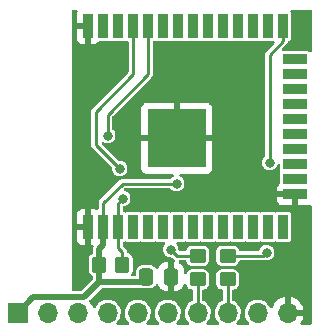
<source format=gtl>
G04 #@! TF.GenerationSoftware,KiCad,Pcbnew,6.0.2+dfsg-1*
G04 #@! TF.CreationDate,2023-09-07T15:13:02+02:00*
G04 #@! TF.ProjectId,flipper_esp32,666c6970-7065-4725-9f65-737033322e6b,rev?*
G04 #@! TF.SameCoordinates,Original*
G04 #@! TF.FileFunction,Copper,L1,Top*
G04 #@! TF.FilePolarity,Positive*
%FSLAX46Y46*%
G04 Gerber Fmt 4.6, Leading zero omitted, Abs format (unit mm)*
G04 Created by KiCad (PCBNEW 6.0.2+dfsg-1) date 2023-09-07 15:13:02*
%MOMM*%
%LPD*%
G01*
G04 APERTURE LIST*
G04 Aperture macros list*
%AMRoundRect*
0 Rectangle with rounded corners*
0 $1 Rounding radius*
0 $2 $3 $4 $5 $6 $7 $8 $9 X,Y pos of 4 corners*
0 Add a 4 corners polygon primitive as box body*
4,1,4,$2,$3,$4,$5,$6,$7,$8,$9,$2,$3,0*
0 Add four circle primitives for the rounded corners*
1,1,$1+$1,$2,$3*
1,1,$1+$1,$4,$5*
1,1,$1+$1,$6,$7*
1,1,$1+$1,$8,$9*
0 Add four rect primitives between the rounded corners*
20,1,$1+$1,$2,$3,$4,$5,0*
20,1,$1+$1,$4,$5,$6,$7,0*
20,1,$1+$1,$6,$7,$8,$9,0*
20,1,$1+$1,$8,$9,$2,$3,0*%
G04 Aperture macros list end*
G04 #@! TA.AperFunction,SMDPad,CuDef*
%ADD10RoundRect,0.250000X-0.337500X-0.475000X0.337500X-0.475000X0.337500X0.475000X-0.337500X0.475000X0*%
G04 #@! TD*
G04 #@! TA.AperFunction,SMDPad,CuDef*
%ADD11RoundRect,0.250000X-0.450000X0.350000X-0.450000X-0.350000X0.450000X-0.350000X0.450000X0.350000X0*%
G04 #@! TD*
G04 #@! TA.AperFunction,SMDPad,CuDef*
%ADD12RoundRect,0.250000X0.450000X-0.350000X0.450000X0.350000X-0.450000X0.350000X-0.450000X-0.350000X0*%
G04 #@! TD*
G04 #@! TA.AperFunction,SMDPad,CuDef*
%ADD13RoundRect,0.250000X0.350000X0.450000X-0.350000X0.450000X-0.350000X-0.450000X0.350000X-0.450000X0*%
G04 #@! TD*
G04 #@! TA.AperFunction,ComponentPad*
%ADD14R,1.700000X1.700000*%
G04 #@! TD*
G04 #@! TA.AperFunction,ComponentPad*
%ADD15O,1.700000X1.700000*%
G04 #@! TD*
G04 #@! TA.AperFunction,SMDPad,CuDef*
%ADD16R,0.900000X2.000000*%
G04 #@! TD*
G04 #@! TA.AperFunction,SMDPad,CuDef*
%ADD17R,2.000000X0.900000*%
G04 #@! TD*
G04 #@! TA.AperFunction,SMDPad,CuDef*
%ADD18R,5.000000X5.000000*%
G04 #@! TD*
G04 #@! TA.AperFunction,ViaPad*
%ADD19C,0.800000*%
G04 #@! TD*
G04 #@! TA.AperFunction,Conductor*
%ADD20C,0.500000*%
G04 #@! TD*
G04 #@! TA.AperFunction,Conductor*
%ADD21C,0.250000*%
G04 #@! TD*
G04 APERTURE END LIST*
D10*
X137138500Y-125222000D03*
X139213500Y-125222000D03*
D11*
X141478000Y-123460000D03*
X141478000Y-125460000D03*
D12*
X144018000Y-125460000D03*
X144018000Y-123460000D03*
D13*
X133112000Y-124206000D03*
X135112000Y-124206000D03*
D14*
X126238000Y-128270000D03*
D15*
X128778000Y-128270000D03*
X131318000Y-128270000D03*
X133858000Y-128270000D03*
X136398000Y-128270000D03*
X138938000Y-128270000D03*
X141478000Y-128270000D03*
X144018000Y-128270000D03*
X146558000Y-128270000D03*
X149098000Y-128270000D03*
D16*
X132200000Y-121022000D03*
X133470000Y-121022000D03*
X134740000Y-121022000D03*
X136010000Y-121022000D03*
X137280000Y-121022000D03*
X138550000Y-121022000D03*
X139820000Y-121022000D03*
X141090000Y-121022000D03*
X142360000Y-121022000D03*
X143630000Y-121022000D03*
X144900000Y-121022000D03*
X146170000Y-121022000D03*
X147440000Y-121022000D03*
X148710000Y-121022000D03*
D17*
X149710000Y-118237000D03*
X149710000Y-116967000D03*
X149710000Y-115697000D03*
X149710000Y-114427000D03*
X149710000Y-113157000D03*
X149710000Y-111887000D03*
X149710000Y-110617000D03*
X149710000Y-109347000D03*
X149710000Y-108077000D03*
X149710000Y-106807000D03*
D16*
X148710000Y-104022000D03*
X147440000Y-104022000D03*
X146170000Y-104022000D03*
X144900000Y-104022000D03*
X143630000Y-104022000D03*
X142360000Y-104022000D03*
X141090000Y-104022000D03*
X139820000Y-104022000D03*
X138550000Y-104022000D03*
X137280000Y-104022000D03*
X136010000Y-104022000D03*
X134740000Y-104022000D03*
X133470000Y-104022000D03*
X132200000Y-104022000D03*
D18*
X139700000Y-113522000D03*
D19*
X150530000Y-103566000D03*
X138259500Y-106171574D03*
X137398157Y-109914001D03*
X139949057Y-109914000D03*
X142513516Y-109956190D03*
X143421032Y-112050500D03*
X145929661Y-111819500D03*
X146594500Y-110176313D03*
X146594500Y-107607487D03*
X144765458Y-107128500D03*
X143088755Y-105872885D03*
X140526789Y-105870722D03*
X136111559Y-113635131D03*
X136133106Y-110711374D03*
X136115016Y-116266710D03*
X140565321Y-118446308D03*
X138941028Y-118353546D03*
X131542467Y-106114823D03*
X131410000Y-108657055D03*
X131962529Y-118914001D03*
X132878500Y-116892661D03*
X131973525Y-114546604D03*
X131862500Y-111870443D03*
X133066082Y-109642696D03*
X134987248Y-107721530D03*
X134176789Y-105870722D03*
X143524801Y-117702421D03*
X144045048Y-119167500D03*
X146893519Y-119171632D03*
X147772288Y-117190598D03*
X150009053Y-119912162D03*
X150530000Y-122488000D03*
X136716789Y-122870722D03*
X131636156Y-125627845D03*
X131439374Y-123088894D03*
X146633220Y-125802276D03*
X145333358Y-127077435D03*
X149056348Y-126303598D03*
X148028216Y-124251761D03*
X142753107Y-126564444D03*
X140457620Y-126762839D03*
X137941819Y-126881041D03*
X135418500Y-126869303D03*
X139700000Y-117348000D03*
X134874000Y-116078000D03*
X133858000Y-113284000D03*
X147574000Y-115570000D03*
X135128000Y-118618000D03*
X139192000Y-122936000D03*
X147320000Y-123190000D03*
D20*
X133112000Y-125714000D02*
X136646500Y-125714000D01*
X136646500Y-125714000D02*
X137138500Y-125222000D01*
D21*
X139700000Y-117348000D02*
X135128000Y-117348000D01*
X135128000Y-117348000D02*
X133470000Y-119006000D01*
X133470000Y-119006000D02*
X133470000Y-121022000D01*
D20*
X133470000Y-121022000D02*
X133470000Y-122562000D01*
X133470000Y-122562000D02*
X133112000Y-122920000D01*
X133112000Y-122920000D02*
X133112000Y-124206000D01*
X126238000Y-128270000D02*
X127537511Y-126970489D01*
X127537511Y-126970489D02*
X131855511Y-126970489D01*
X131855511Y-126970489D02*
X133112000Y-125714000D01*
X133112000Y-125714000D02*
X133112000Y-124206000D01*
D21*
X133604000Y-114808000D02*
X134620000Y-115824000D01*
X136010000Y-108084000D02*
X132842000Y-111252000D01*
X132842000Y-114046000D02*
X133604000Y-114808000D01*
X134620000Y-115824000D02*
X134874000Y-116078000D01*
X136010000Y-104022000D02*
X136010000Y-108084000D01*
X132842000Y-111252000D02*
X132842000Y-114046000D01*
X137280000Y-108084000D02*
X133858000Y-111506000D01*
X137280000Y-104022000D02*
X137280000Y-108084000D01*
X133858000Y-111506000D02*
X133858000Y-113284000D01*
X147574000Y-115570000D02*
X147574000Y-106426000D01*
X147574000Y-106426000D02*
X148710000Y-105290000D01*
X148710000Y-105290000D02*
X148710000Y-104022000D01*
X134740000Y-119006000D02*
X135128000Y-118618000D01*
X134740000Y-121022000D02*
X134740000Y-119006000D01*
X135112000Y-124206000D02*
X135112000Y-123174000D01*
X135112000Y-123174000D02*
X134740000Y-122802000D01*
X134740000Y-122802000D02*
X134740000Y-121022000D01*
X139446000Y-123190000D02*
X139192000Y-122936000D01*
X141478000Y-123460000D02*
X139716000Y-123460000D01*
X139716000Y-123460000D02*
X139446000Y-123190000D01*
X147050000Y-123460000D02*
X147320000Y-123190000D01*
X144018000Y-123460000D02*
X147050000Y-123460000D01*
X141478000Y-128270000D02*
X141478000Y-125460000D01*
X144018000Y-128270000D02*
X144018000Y-125460000D01*
G04 #@! TA.AperFunction,Conductor*
G36*
X131245959Y-102636002D02*
G01*
X131292452Y-102689658D01*
X131302556Y-102759932D01*
X131295820Y-102786230D01*
X131251522Y-102904394D01*
X131247895Y-102919649D01*
X131242369Y-102970514D01*
X131242000Y-102977328D01*
X131242000Y-103749885D01*
X131246475Y-103765124D01*
X131247865Y-103766329D01*
X131255548Y-103768000D01*
X132328000Y-103768000D01*
X132396121Y-103788002D01*
X132442614Y-103841658D01*
X132454000Y-103894000D01*
X132454000Y-105511884D01*
X132458475Y-105527123D01*
X132459865Y-105528328D01*
X132467548Y-105529999D01*
X132694669Y-105529999D01*
X132701490Y-105529629D01*
X132752352Y-105524105D01*
X132767604Y-105520479D01*
X132888054Y-105475324D01*
X132903649Y-105466786D01*
X133005724Y-105390285D01*
X133018281Y-105377728D01*
X133056348Y-105326935D01*
X133113208Y-105284420D01*
X133157175Y-105276500D01*
X133910153Y-105276499D01*
X133945066Y-105276499D01*
X133985208Y-105268515D01*
X134007126Y-105264156D01*
X134007128Y-105264155D01*
X134019301Y-105261734D01*
X134034996Y-105251247D01*
X134102748Y-105230030D01*
X134175004Y-105251247D01*
X134190699Y-105261734D01*
X134264933Y-105276500D01*
X134739923Y-105276500D01*
X135215066Y-105276499D01*
X135255208Y-105268515D01*
X135277126Y-105264156D01*
X135277128Y-105264155D01*
X135289301Y-105261734D01*
X135304996Y-105251247D01*
X135372748Y-105230030D01*
X135445004Y-105251247D01*
X135460699Y-105261734D01*
X135524594Y-105274443D01*
X135529081Y-105275336D01*
X135591991Y-105308243D01*
X135627123Y-105369938D01*
X135630500Y-105398915D01*
X135630500Y-107874616D01*
X135610498Y-107942737D01*
X135593595Y-107963711D01*
X132611784Y-110945522D01*
X132593036Y-110960664D01*
X132591811Y-110961779D01*
X132583060Y-110967429D01*
X132576613Y-110975607D01*
X132576611Y-110975609D01*
X132562271Y-110993800D01*
X132558325Y-110998241D01*
X132558398Y-110998303D01*
X132555039Y-111002267D01*
X132551362Y-111005944D01*
X132540108Y-111021692D01*
X132536602Y-111026362D01*
X132504844Y-111066647D01*
X132501812Y-111075281D01*
X132496486Y-111082734D01*
X132493501Y-111092715D01*
X132481799Y-111131844D01*
X132479964Y-111137492D01*
X132465610Y-111178367D01*
X132462982Y-111185851D01*
X132462500Y-111191416D01*
X132462500Y-111194124D01*
X132462386Y-111196758D01*
X132462357Y-111196856D01*
X132462193Y-111196849D01*
X132462149Y-111197553D01*
X132460287Y-111203778D01*
X132462093Y-111249748D01*
X132462403Y-111257635D01*
X132462500Y-111262582D01*
X132462500Y-113992080D01*
X132459951Y-114016028D01*
X132459872Y-114017693D01*
X132457680Y-114027876D01*
X132458904Y-114038217D01*
X132461627Y-114061223D01*
X132461977Y-114067154D01*
X132462072Y-114067146D01*
X132462500Y-114072324D01*
X132462500Y-114077524D01*
X132463354Y-114082653D01*
X132463354Y-114082656D01*
X132465669Y-114096565D01*
X132466506Y-114102443D01*
X132472530Y-114153341D01*
X132476493Y-114161593D01*
X132477996Y-114170626D01*
X132482943Y-114179795D01*
X132482944Y-114179797D01*
X132502334Y-114215732D01*
X132505031Y-114221025D01*
X132523785Y-114260082D01*
X132523788Y-114260086D01*
X132527219Y-114267232D01*
X132530814Y-114271508D01*
X132532737Y-114273431D01*
X132534509Y-114275363D01*
X132534552Y-114275442D01*
X132534428Y-114275555D01*
X132534904Y-114276095D01*
X132537990Y-114281814D01*
X132545635Y-114288881D01*
X132577586Y-114318416D01*
X132581152Y-114321846D01*
X134184249Y-115924943D01*
X134218275Y-115987255D01*
X134220076Y-116030482D01*
X134214729Y-116071096D01*
X134218175Y-116102309D01*
X134227085Y-116183008D01*
X134232113Y-116228553D01*
X134234723Y-116235684D01*
X134234723Y-116235686D01*
X134270524Y-116333516D01*
X134286553Y-116377319D01*
X134290789Y-116383622D01*
X134290789Y-116383623D01*
X134352410Y-116475324D01*
X134374908Y-116508805D01*
X134380527Y-116513918D01*
X134380528Y-116513919D01*
X134398200Y-116529999D01*
X134492076Y-116615419D01*
X134631293Y-116691008D01*
X134784522Y-116731207D01*
X134868477Y-116732526D01*
X134935319Y-116733576D01*
X134935322Y-116733576D01*
X134942916Y-116733695D01*
X135097332Y-116698329D01*
X135167742Y-116662917D01*
X135232072Y-116630563D01*
X135232075Y-116630561D01*
X135238855Y-116627151D01*
X135244626Y-116622222D01*
X135244629Y-116622220D01*
X135353536Y-116529204D01*
X135353536Y-116529203D01*
X135359314Y-116524269D01*
X135451755Y-116395624D01*
X135510842Y-116248641D01*
X135522621Y-116165878D01*
X135532581Y-116095891D01*
X135532581Y-116095888D01*
X135533162Y-116091807D01*
X135533307Y-116078000D01*
X135531561Y-116063567D01*
X135524584Y-116005919D01*
X135514276Y-115920733D01*
X135458280Y-115772546D01*
X135417357Y-115713003D01*
X135372855Y-115648251D01*
X135372854Y-115648249D01*
X135368553Y-115641992D01*
X135250275Y-115536611D01*
X135110274Y-115462484D01*
X134956633Y-115423892D01*
X134949034Y-115423852D01*
X134949033Y-115423852D01*
X134888626Y-115423536D01*
X134807335Y-115423110D01*
X134739321Y-115402752D01*
X134718901Y-115386207D01*
X133386110Y-114053416D01*
X133352084Y-113991104D01*
X133357149Y-113920289D01*
X133399696Y-113863453D01*
X133466216Y-113838642D01*
X133535328Y-113853590D01*
X133615293Y-113897008D01*
X133768522Y-113937207D01*
X133852477Y-113938526D01*
X133919319Y-113939576D01*
X133919322Y-113939576D01*
X133926916Y-113939695D01*
X134081332Y-113904329D01*
X134165485Y-113862005D01*
X134216072Y-113836563D01*
X134216075Y-113836561D01*
X134222855Y-113833151D01*
X134228626Y-113828222D01*
X134228629Y-113828220D01*
X134337536Y-113735204D01*
X134337536Y-113735203D01*
X134343314Y-113730269D01*
X134435755Y-113601624D01*
X134494842Y-113454641D01*
X134517162Y-113297807D01*
X134517307Y-113284000D01*
X134513179Y-113249885D01*
X136692000Y-113249885D01*
X136696475Y-113265124D01*
X136697865Y-113266329D01*
X136705548Y-113268000D01*
X139427885Y-113268000D01*
X139443124Y-113263525D01*
X139444329Y-113262135D01*
X139446000Y-113254452D01*
X139446000Y-113249885D01*
X139954000Y-113249885D01*
X139958475Y-113265124D01*
X139959865Y-113266329D01*
X139967548Y-113268000D01*
X142689884Y-113268000D01*
X142705123Y-113263525D01*
X142706328Y-113262135D01*
X142707999Y-113254452D01*
X142707999Y-110977331D01*
X142707629Y-110970510D01*
X142702105Y-110919648D01*
X142698479Y-110904396D01*
X142653324Y-110783946D01*
X142644786Y-110768351D01*
X142568285Y-110666276D01*
X142555724Y-110653715D01*
X142453649Y-110577214D01*
X142438054Y-110568676D01*
X142317606Y-110523522D01*
X142302351Y-110519895D01*
X142251486Y-110514369D01*
X142244672Y-110514000D01*
X139972115Y-110514000D01*
X139956876Y-110518475D01*
X139955671Y-110519865D01*
X139954000Y-110527548D01*
X139954000Y-113249885D01*
X139446000Y-113249885D01*
X139446000Y-110532116D01*
X139441525Y-110516877D01*
X139440135Y-110515672D01*
X139432452Y-110514001D01*
X137155331Y-110514001D01*
X137148510Y-110514371D01*
X137097648Y-110519895D01*
X137082396Y-110523521D01*
X136961946Y-110568676D01*
X136946351Y-110577214D01*
X136844276Y-110653715D01*
X136831715Y-110666276D01*
X136755214Y-110768351D01*
X136746676Y-110783946D01*
X136701522Y-110904394D01*
X136697895Y-110919649D01*
X136692369Y-110970514D01*
X136692000Y-110977328D01*
X136692000Y-113249885D01*
X134513179Y-113249885D01*
X134498276Y-113126733D01*
X134442280Y-112978546D01*
X134352553Y-112847992D01*
X134279681Y-112783065D01*
X134242126Y-112722816D01*
X134237500Y-112688989D01*
X134237500Y-111715384D01*
X134257502Y-111647263D01*
X134274405Y-111626289D01*
X137510216Y-108390478D01*
X137528964Y-108375336D01*
X137530189Y-108374221D01*
X137538940Y-108368571D01*
X137545387Y-108360393D01*
X137545389Y-108360391D01*
X137559729Y-108342200D01*
X137563675Y-108337759D01*
X137563602Y-108337697D01*
X137566961Y-108333733D01*
X137570638Y-108330056D01*
X137581892Y-108314308D01*
X137585398Y-108309638D01*
X137617156Y-108269353D01*
X137620188Y-108260719D01*
X137625514Y-108253266D01*
X137640203Y-108204150D01*
X137642036Y-108198508D01*
X137656390Y-108157633D01*
X137656390Y-108157632D01*
X137659018Y-108150149D01*
X137659500Y-108144584D01*
X137659500Y-108141876D01*
X137659614Y-108139242D01*
X137659643Y-108139144D01*
X137659807Y-108139151D01*
X137659851Y-108138447D01*
X137661713Y-108132222D01*
X137659597Y-108078365D01*
X137659500Y-108073418D01*
X137659500Y-105398913D01*
X137679502Y-105330792D01*
X137733158Y-105284299D01*
X137760909Y-105275337D01*
X137829301Y-105261734D01*
X137844996Y-105251247D01*
X137912748Y-105230030D01*
X137985004Y-105251247D01*
X138000699Y-105261734D01*
X138074933Y-105276500D01*
X138549923Y-105276500D01*
X139025066Y-105276499D01*
X139065208Y-105268515D01*
X139087126Y-105264156D01*
X139087128Y-105264155D01*
X139099301Y-105261734D01*
X139114996Y-105251247D01*
X139182748Y-105230030D01*
X139255004Y-105251247D01*
X139270699Y-105261734D01*
X139344933Y-105276500D01*
X139819923Y-105276500D01*
X140295066Y-105276499D01*
X140335208Y-105268515D01*
X140357126Y-105264156D01*
X140357128Y-105264155D01*
X140369301Y-105261734D01*
X140384996Y-105251247D01*
X140452748Y-105230030D01*
X140525004Y-105251247D01*
X140540699Y-105261734D01*
X140614933Y-105276500D01*
X141089923Y-105276500D01*
X141565066Y-105276499D01*
X141605208Y-105268515D01*
X141627126Y-105264156D01*
X141627128Y-105264155D01*
X141639301Y-105261734D01*
X141654996Y-105251247D01*
X141722748Y-105230030D01*
X141795004Y-105251247D01*
X141810699Y-105261734D01*
X141884933Y-105276500D01*
X142359923Y-105276500D01*
X142835066Y-105276499D01*
X142875208Y-105268515D01*
X142897126Y-105264156D01*
X142897128Y-105264155D01*
X142909301Y-105261734D01*
X142924996Y-105251247D01*
X142992748Y-105230030D01*
X143065004Y-105251247D01*
X143080699Y-105261734D01*
X143154933Y-105276500D01*
X143629923Y-105276500D01*
X144105066Y-105276499D01*
X144145208Y-105268515D01*
X144167126Y-105264156D01*
X144167128Y-105264155D01*
X144179301Y-105261734D01*
X144194996Y-105251247D01*
X144262748Y-105230030D01*
X144335004Y-105251247D01*
X144350699Y-105261734D01*
X144424933Y-105276500D01*
X144899923Y-105276500D01*
X145375066Y-105276499D01*
X145415208Y-105268515D01*
X145437126Y-105264156D01*
X145437128Y-105264155D01*
X145449301Y-105261734D01*
X145464996Y-105251247D01*
X145532748Y-105230030D01*
X145605004Y-105251247D01*
X145620699Y-105261734D01*
X145694933Y-105276500D01*
X146169923Y-105276500D01*
X146645066Y-105276499D01*
X146685208Y-105268515D01*
X146707126Y-105264156D01*
X146707128Y-105264155D01*
X146719301Y-105261734D01*
X146734996Y-105251247D01*
X146802748Y-105230030D01*
X146875004Y-105251247D01*
X146890699Y-105261734D01*
X146964933Y-105276500D01*
X147117083Y-105276500D01*
X147882617Y-105276499D01*
X147950738Y-105296501D01*
X147997231Y-105350157D01*
X148007335Y-105420431D01*
X147977842Y-105485011D01*
X147971712Y-105491594D01*
X147343784Y-106119522D01*
X147325036Y-106134664D01*
X147323811Y-106135779D01*
X147315060Y-106141429D01*
X147308613Y-106149607D01*
X147308611Y-106149609D01*
X147294271Y-106167800D01*
X147290325Y-106172241D01*
X147290398Y-106172303D01*
X147287039Y-106176267D01*
X147283362Y-106179944D01*
X147272108Y-106195692D01*
X147268602Y-106200362D01*
X147236844Y-106240647D01*
X147233812Y-106249281D01*
X147228486Y-106256734D01*
X147216657Y-106296289D01*
X147213799Y-106305844D01*
X147211964Y-106311492D01*
X147197610Y-106352367D01*
X147194982Y-106359851D01*
X147194500Y-106365416D01*
X147194500Y-106368124D01*
X147194386Y-106370758D01*
X147194357Y-106370856D01*
X147194193Y-106370849D01*
X147194149Y-106371553D01*
X147192287Y-106377778D01*
X147192696Y-106388183D01*
X147194403Y-106431635D01*
X147194500Y-106436582D01*
X147194500Y-114975187D01*
X147174498Y-115043308D01*
X147151330Y-115070135D01*
X147084039Y-115128838D01*
X146992950Y-115258444D01*
X146990190Y-115265524D01*
X146952886Y-115361204D01*
X146935406Y-115406037D01*
X146934414Y-115413570D01*
X146934414Y-115413571D01*
X146917551Y-115541664D01*
X146914729Y-115563096D01*
X146915563Y-115570646D01*
X146928504Y-115687862D01*
X146932113Y-115720553D01*
X146934723Y-115727684D01*
X146934723Y-115727686D01*
X146951140Y-115772546D01*
X146986553Y-115869319D01*
X147074908Y-116000805D01*
X147080527Y-116005918D01*
X147080528Y-116005919D01*
X147179407Y-116095891D01*
X147192076Y-116107419D01*
X147331293Y-116183008D01*
X147484522Y-116223207D01*
X147568477Y-116224526D01*
X147635319Y-116225576D01*
X147635322Y-116225576D01*
X147642916Y-116225695D01*
X147797332Y-116190329D01*
X147867742Y-116154917D01*
X147932072Y-116122563D01*
X147932075Y-116122561D01*
X147938855Y-116119151D01*
X147944626Y-116114222D01*
X147944629Y-116114220D01*
X148053536Y-116021204D01*
X148053536Y-116021203D01*
X148059314Y-116016269D01*
X148151755Y-115887624D01*
X148210842Y-115740641D01*
X148212235Y-115741201D01*
X148244751Y-115687862D01*
X148308614Y-115656844D01*
X148379108Y-115665277D01*
X148433852Y-115710483D01*
X148455501Y-115781100D01*
X148455501Y-116172066D01*
X148459471Y-116192024D01*
X148466168Y-116225695D01*
X148470266Y-116246301D01*
X148479456Y-116260054D01*
X148480753Y-116261995D01*
X148501970Y-116329748D01*
X148480753Y-116402004D01*
X148470266Y-116417699D01*
X148455500Y-116491933D01*
X148455501Y-116965951D01*
X148455501Y-117279824D01*
X148435499Y-117347945D01*
X148405066Y-117380650D01*
X148354276Y-117418715D01*
X148341715Y-117431276D01*
X148265214Y-117533351D01*
X148256676Y-117548946D01*
X148211522Y-117669394D01*
X148207895Y-117684649D01*
X148202369Y-117735514D01*
X148202000Y-117742328D01*
X148202000Y-117964885D01*
X148206475Y-117980124D01*
X148207865Y-117981329D01*
X148215548Y-117983000D01*
X149838000Y-117983000D01*
X149906121Y-118003002D01*
X149952614Y-118056658D01*
X149964000Y-118109000D01*
X149964000Y-119176884D01*
X149968475Y-119192123D01*
X149969865Y-119193328D01*
X149977548Y-119194999D01*
X150754669Y-119194999D01*
X150761490Y-119194629D01*
X150812352Y-119189105D01*
X150827604Y-119185479D01*
X150956462Y-119137172D01*
X150957437Y-119139772D01*
X151012851Y-119127654D01*
X151079399Y-119152392D01*
X151122007Y-119209182D01*
X151130000Y-119253343D01*
X151130000Y-129160000D01*
X151109998Y-129228121D01*
X151056342Y-129274614D01*
X151004000Y-129286000D01*
X150285956Y-129286000D01*
X150217835Y-129265998D01*
X150171342Y-129212342D01*
X150161238Y-129142068D01*
X150183633Y-129086474D01*
X150263009Y-128976011D01*
X150268313Y-128967183D01*
X150362670Y-128776267D01*
X150366469Y-128766672D01*
X150428377Y-128562910D01*
X150430555Y-128552837D01*
X150431986Y-128541962D01*
X150429775Y-128527778D01*
X150416617Y-128524000D01*
X148970000Y-128524000D01*
X148901879Y-128503998D01*
X148855386Y-128450342D01*
X148844000Y-128398000D01*
X148844000Y-127997885D01*
X149352000Y-127997885D01*
X149356475Y-128013124D01*
X149357865Y-128014329D01*
X149365548Y-128016000D01*
X150416344Y-128016000D01*
X150429875Y-128012027D01*
X150431180Y-128002947D01*
X150389214Y-127835875D01*
X150385894Y-127826124D01*
X150300972Y-127630814D01*
X150296105Y-127621739D01*
X150180426Y-127442926D01*
X150174136Y-127434757D01*
X150030806Y-127277240D01*
X150023273Y-127270215D01*
X149856139Y-127138222D01*
X149847552Y-127132517D01*
X149661117Y-127029599D01*
X149651705Y-127025369D01*
X149450959Y-126954280D01*
X149440988Y-126951646D01*
X149369837Y-126938972D01*
X149356540Y-126940432D01*
X149352000Y-126954989D01*
X149352000Y-127997885D01*
X148844000Y-127997885D01*
X148844000Y-126953102D01*
X148840082Y-126939758D01*
X148825806Y-126937771D01*
X148787324Y-126943660D01*
X148777288Y-126946051D01*
X148574868Y-127012212D01*
X148565359Y-127016209D01*
X148376463Y-127114542D01*
X148367738Y-127120036D01*
X148197433Y-127247905D01*
X148189726Y-127254748D01*
X148042590Y-127408717D01*
X148036104Y-127416727D01*
X147916098Y-127592649D01*
X147911000Y-127601623D01*
X147821338Y-127794783D01*
X147817777Y-127804464D01*
X147813291Y-127820640D01*
X147775813Y-127880939D01*
X147711684Y-127911403D01*
X147641266Y-127902360D01*
X147586915Y-127856682D01*
X147578867Y-127842698D01*
X147506331Y-127695609D01*
X147503776Y-127690428D01*
X147382320Y-127527779D01*
X147233258Y-127389987D01*
X147228375Y-127386906D01*
X147228371Y-127386903D01*
X147066464Y-127284748D01*
X147061581Y-127281667D01*
X146873039Y-127206446D01*
X146867379Y-127205320D01*
X146867375Y-127205319D01*
X146679613Y-127167971D01*
X146679610Y-127167971D01*
X146673946Y-127166844D01*
X146668171Y-127166768D01*
X146668167Y-127166768D01*
X146566793Y-127165441D01*
X146470971Y-127164187D01*
X146465274Y-127165166D01*
X146465273Y-127165166D01*
X146391492Y-127177844D01*
X146270910Y-127198564D01*
X146080463Y-127268824D01*
X145906010Y-127372612D01*
X145901670Y-127376418D01*
X145901666Y-127376421D01*
X145771778Y-127490331D01*
X145753392Y-127506455D01*
X145627720Y-127665869D01*
X145625031Y-127670980D01*
X145625029Y-127670983D01*
X145612073Y-127695609D01*
X145533203Y-127845515D01*
X145473007Y-128039378D01*
X145449148Y-128240964D01*
X145462424Y-128443522D01*
X145463845Y-128449118D01*
X145463846Y-128449123D01*
X145484119Y-128528945D01*
X145512392Y-128640269D01*
X145514809Y-128645512D01*
X145552010Y-128726208D01*
X145597377Y-128824616D01*
X145600710Y-128829332D01*
X145704372Y-128976011D01*
X145714533Y-128990389D01*
X145718675Y-128994424D01*
X145795996Y-129069746D01*
X145830834Y-129131607D01*
X145826697Y-129202483D01*
X145784898Y-129259871D01*
X145718709Y-129285550D01*
X145708075Y-129286000D01*
X144872357Y-129286000D01*
X144804236Y-129265998D01*
X144757743Y-129212342D01*
X144747639Y-129142068D01*
X144777133Y-129077488D01*
X144791788Y-129063126D01*
X144797908Y-129058036D01*
X144797913Y-129058031D01*
X144802345Y-129054345D01*
X144932147Y-128898276D01*
X145031334Y-128721165D01*
X145033190Y-128715698D01*
X145033192Y-128715693D01*
X145094728Y-128534414D01*
X145094729Y-128534409D01*
X145096584Y-128528945D01*
X145097412Y-128523236D01*
X145097413Y-128523231D01*
X145125179Y-128331727D01*
X145125712Y-128328053D01*
X145127232Y-128270000D01*
X145108658Y-128067859D01*
X145107090Y-128062299D01*
X145055125Y-127878046D01*
X145055124Y-127878044D01*
X145053557Y-127872487D01*
X145042978Y-127851033D01*
X144966331Y-127695609D01*
X144963776Y-127690428D01*
X144842320Y-127527779D01*
X144693258Y-127389987D01*
X144688375Y-127386906D01*
X144688371Y-127386903D01*
X144526464Y-127284748D01*
X144521581Y-127281667D01*
X144476810Y-127263805D01*
X144420951Y-127219985D01*
X144397500Y-127146775D01*
X144397500Y-126440081D01*
X144417502Y-126371960D01*
X144471158Y-126325467D01*
X144515726Y-126314500D01*
X144515756Y-126314500D01*
X144561286Y-126309554D01*
X144569597Y-126308651D01*
X144569598Y-126308651D01*
X144577448Y-126307798D01*
X144584841Y-126305026D01*
X144584843Y-126305026D01*
X144625189Y-126289901D01*
X144712764Y-126257071D01*
X144719943Y-126251691D01*
X144719946Y-126251689D01*
X144821224Y-126175785D01*
X144828404Y-126170404D01*
X144909060Y-126062785D01*
X144909689Y-126061946D01*
X144909691Y-126061943D01*
X144915071Y-126054764D01*
X144954739Y-125948949D01*
X144963026Y-125926843D01*
X144963026Y-125926841D01*
X144965798Y-125919448D01*
X144972500Y-125857756D01*
X144972500Y-125062244D01*
X144965798Y-125000552D01*
X144915071Y-124865236D01*
X144909691Y-124858057D01*
X144909689Y-124858054D01*
X144833785Y-124756776D01*
X144828404Y-124749596D01*
X144807977Y-124734287D01*
X144719946Y-124668311D01*
X144719943Y-124668309D01*
X144712764Y-124662929D01*
X144623046Y-124629296D01*
X144584843Y-124614974D01*
X144584841Y-124614974D01*
X144577448Y-124612202D01*
X144569598Y-124611349D01*
X144569597Y-124611349D01*
X144519153Y-124605869D01*
X144519152Y-124605869D01*
X144515756Y-124605500D01*
X143520244Y-124605500D01*
X143516848Y-124605869D01*
X143516847Y-124605869D01*
X143466403Y-124611349D01*
X143466402Y-124611349D01*
X143458552Y-124612202D01*
X143451159Y-124614974D01*
X143451157Y-124614974D01*
X143412954Y-124629296D01*
X143323236Y-124662929D01*
X143316057Y-124668309D01*
X143316054Y-124668311D01*
X143228023Y-124734287D01*
X143207596Y-124749596D01*
X143202215Y-124756776D01*
X143126311Y-124858054D01*
X143126309Y-124858057D01*
X143120929Y-124865236D01*
X143070202Y-125000552D01*
X143063500Y-125062244D01*
X143063500Y-125857756D01*
X143070202Y-125919448D01*
X143072974Y-125926841D01*
X143072974Y-125926843D01*
X143081261Y-125948949D01*
X143120929Y-126054764D01*
X143126309Y-126061943D01*
X143126311Y-126061946D01*
X143126940Y-126062785D01*
X143207596Y-126170404D01*
X143214776Y-126175785D01*
X143316054Y-126251689D01*
X143316057Y-126251691D01*
X143323236Y-126257071D01*
X143410811Y-126289901D01*
X143451157Y-126305026D01*
X143451159Y-126305026D01*
X143458552Y-126307798D01*
X143466402Y-126308651D01*
X143466403Y-126308651D01*
X143474714Y-126309554D01*
X143520244Y-126314500D01*
X143520234Y-126314588D01*
X143586261Y-126337927D01*
X143629780Y-126394022D01*
X143638500Y-126440081D01*
X143638500Y-127144839D01*
X143618498Y-127212960D01*
X143564842Y-127259453D01*
X143556118Y-127263049D01*
X143540463Y-127268824D01*
X143366010Y-127372612D01*
X143361670Y-127376418D01*
X143361666Y-127376421D01*
X143231778Y-127490331D01*
X143213392Y-127506455D01*
X143087720Y-127665869D01*
X143085031Y-127670980D01*
X143085029Y-127670983D01*
X143072073Y-127695609D01*
X142993203Y-127845515D01*
X142933007Y-128039378D01*
X142909148Y-128240964D01*
X142922424Y-128443522D01*
X142923845Y-128449118D01*
X142923846Y-128449123D01*
X142944119Y-128528945D01*
X142972392Y-128640269D01*
X142974809Y-128645512D01*
X143012010Y-128726208D01*
X143057377Y-128824616D01*
X143060710Y-128829332D01*
X143164372Y-128976011D01*
X143174533Y-128990389D01*
X143178675Y-128994424D01*
X143255996Y-129069746D01*
X143290834Y-129131607D01*
X143286697Y-129202483D01*
X143244898Y-129259871D01*
X143178709Y-129285550D01*
X143168075Y-129286000D01*
X142332357Y-129286000D01*
X142264236Y-129265998D01*
X142217743Y-129212342D01*
X142207639Y-129142068D01*
X142237133Y-129077488D01*
X142251788Y-129063126D01*
X142257908Y-129058036D01*
X142257913Y-129058031D01*
X142262345Y-129054345D01*
X142392147Y-128898276D01*
X142491334Y-128721165D01*
X142493190Y-128715698D01*
X142493192Y-128715693D01*
X142554728Y-128534414D01*
X142554729Y-128534409D01*
X142556584Y-128528945D01*
X142557412Y-128523236D01*
X142557413Y-128523231D01*
X142585179Y-128331727D01*
X142585712Y-128328053D01*
X142587232Y-128270000D01*
X142568658Y-128067859D01*
X142567090Y-128062299D01*
X142515125Y-127878046D01*
X142515124Y-127878044D01*
X142513557Y-127872487D01*
X142502978Y-127851033D01*
X142426331Y-127695609D01*
X142423776Y-127690428D01*
X142302320Y-127527779D01*
X142153258Y-127389987D01*
X142148375Y-127386906D01*
X142148371Y-127386903D01*
X141986464Y-127284748D01*
X141981581Y-127281667D01*
X141936810Y-127263805D01*
X141880951Y-127219985D01*
X141857500Y-127146775D01*
X141857500Y-126440081D01*
X141877502Y-126371960D01*
X141931158Y-126325467D01*
X141975726Y-126314500D01*
X141975756Y-126314500D01*
X142021286Y-126309554D01*
X142029597Y-126308651D01*
X142029598Y-126308651D01*
X142037448Y-126307798D01*
X142044841Y-126305026D01*
X142044843Y-126305026D01*
X142085189Y-126289901D01*
X142172764Y-126257071D01*
X142179943Y-126251691D01*
X142179946Y-126251689D01*
X142281224Y-126175785D01*
X142288404Y-126170404D01*
X142369060Y-126062785D01*
X142369689Y-126061946D01*
X142369691Y-126061943D01*
X142375071Y-126054764D01*
X142414739Y-125948949D01*
X142423026Y-125926843D01*
X142423026Y-125926841D01*
X142425798Y-125919448D01*
X142432500Y-125857756D01*
X142432500Y-125062244D01*
X142425798Y-125000552D01*
X142375071Y-124865236D01*
X142369691Y-124858057D01*
X142369689Y-124858054D01*
X142293785Y-124756776D01*
X142288404Y-124749596D01*
X142267977Y-124734287D01*
X142179946Y-124668311D01*
X142179943Y-124668309D01*
X142172764Y-124662929D01*
X142083046Y-124629296D01*
X142044843Y-124614974D01*
X142044841Y-124614974D01*
X142037448Y-124612202D01*
X142029598Y-124611349D01*
X142029597Y-124611349D01*
X141979153Y-124605869D01*
X141979152Y-124605869D01*
X141975756Y-124605500D01*
X140980244Y-124605500D01*
X140976848Y-124605869D01*
X140976847Y-124605869D01*
X140926403Y-124611349D01*
X140926402Y-124611349D01*
X140918552Y-124612202D01*
X140911159Y-124614974D01*
X140911157Y-124614974D01*
X140872954Y-124629296D01*
X140783236Y-124662929D01*
X140776057Y-124668309D01*
X140776054Y-124668311D01*
X140688023Y-124734287D01*
X140667596Y-124749596D01*
X140662215Y-124756776D01*
X140586311Y-124858054D01*
X140586309Y-124858057D01*
X140580929Y-124865236D01*
X140564918Y-124907946D01*
X140552981Y-124939788D01*
X140510340Y-124996553D01*
X140443778Y-125021253D01*
X140374430Y-125006046D01*
X140324311Y-124955760D01*
X140308999Y-124895559D01*
X140308999Y-124699905D01*
X140308662Y-124693386D01*
X140298743Y-124597794D01*
X140295851Y-124584400D01*
X140244412Y-124430216D01*
X140238239Y-124417038D01*
X140152937Y-124279193D01*
X140143901Y-124267792D01*
X140029171Y-124153261D01*
X140017757Y-124144247D01*
X139901783Y-124072760D01*
X139854289Y-124019988D01*
X139842865Y-123949917D01*
X139871139Y-123884793D01*
X139930133Y-123845293D01*
X139967898Y-123839500D01*
X140412903Y-123839500D01*
X140481024Y-123859502D01*
X140527517Y-123913158D01*
X140530885Y-123921271D01*
X140580929Y-124054764D01*
X140586309Y-124061943D01*
X140586311Y-124061946D01*
X140648604Y-124145063D01*
X140667596Y-124170404D01*
X140674776Y-124175785D01*
X140776054Y-124251689D01*
X140776057Y-124251691D01*
X140783236Y-124257071D01*
X140872954Y-124290704D01*
X140911157Y-124305026D01*
X140911159Y-124305026D01*
X140918552Y-124307798D01*
X140926402Y-124308651D01*
X140926403Y-124308651D01*
X140976847Y-124314131D01*
X140980244Y-124314500D01*
X141975756Y-124314500D01*
X141979153Y-124314131D01*
X142029597Y-124308651D01*
X142029598Y-124308651D01*
X142037448Y-124307798D01*
X142044841Y-124305026D01*
X142044843Y-124305026D01*
X142083046Y-124290704D01*
X142172764Y-124257071D01*
X142179943Y-124251691D01*
X142179946Y-124251689D01*
X142281224Y-124175785D01*
X142288404Y-124170404D01*
X142307396Y-124145063D01*
X142369689Y-124061946D01*
X142369691Y-124061943D01*
X142375071Y-124054764D01*
X142425798Y-123919448D01*
X142432500Y-123857756D01*
X143063500Y-123857756D01*
X143070202Y-123919448D01*
X143120929Y-124054764D01*
X143126309Y-124061943D01*
X143126311Y-124061946D01*
X143188604Y-124145063D01*
X143207596Y-124170404D01*
X143214776Y-124175785D01*
X143316054Y-124251689D01*
X143316057Y-124251691D01*
X143323236Y-124257071D01*
X143412954Y-124290704D01*
X143451157Y-124305026D01*
X143451159Y-124305026D01*
X143458552Y-124307798D01*
X143466402Y-124308651D01*
X143466403Y-124308651D01*
X143516847Y-124314131D01*
X143520244Y-124314500D01*
X144515756Y-124314500D01*
X144519153Y-124314131D01*
X144569597Y-124308651D01*
X144569598Y-124308651D01*
X144577448Y-124307798D01*
X144584841Y-124305026D01*
X144584843Y-124305026D01*
X144623046Y-124290704D01*
X144712764Y-124257071D01*
X144719943Y-124251691D01*
X144719946Y-124251689D01*
X144821224Y-124175785D01*
X144828404Y-124170404D01*
X144847396Y-124145063D01*
X144909689Y-124061946D01*
X144909691Y-124061943D01*
X144915071Y-124054764D01*
X144965115Y-123921271D01*
X145007756Y-123864506D01*
X145074318Y-123839806D01*
X145083097Y-123839500D01*
X146996080Y-123839500D01*
X147020028Y-123842049D01*
X147021693Y-123842128D01*
X147031876Y-123844320D01*
X147042217Y-123843096D01*
X147057569Y-123841279D01*
X147065223Y-123840373D01*
X147071154Y-123840023D01*
X147071146Y-123839928D01*
X147076324Y-123839500D01*
X147081524Y-123839500D01*
X147086653Y-123838646D01*
X147086656Y-123838646D01*
X147100565Y-123836331D01*
X147106443Y-123835494D01*
X147135156Y-123832096D01*
X147147987Y-123830577D01*
X147194770Y-123833828D01*
X147223171Y-123841279D01*
X147223175Y-123841280D01*
X147230522Y-123843207D01*
X147314477Y-123844526D01*
X147381319Y-123845576D01*
X147381322Y-123845576D01*
X147388916Y-123845695D01*
X147543332Y-123810329D01*
X147613742Y-123774917D01*
X147678072Y-123742563D01*
X147678075Y-123742561D01*
X147684855Y-123739151D01*
X147690626Y-123734222D01*
X147690629Y-123734220D01*
X147799536Y-123641204D01*
X147799536Y-123641203D01*
X147805314Y-123636269D01*
X147897755Y-123507624D01*
X147956842Y-123360641D01*
X147979162Y-123203807D01*
X147979307Y-123190000D01*
X147960276Y-123032733D01*
X147904280Y-122884546D01*
X147885594Y-122857357D01*
X147818855Y-122760251D01*
X147818854Y-122760249D01*
X147814553Y-122753992D01*
X147807918Y-122748080D01*
X147743516Y-122690701D01*
X147696275Y-122648611D01*
X147688889Y-122644700D01*
X147606733Y-122601201D01*
X147556274Y-122574484D01*
X147402633Y-122535892D01*
X147395034Y-122535852D01*
X147395033Y-122535852D01*
X147329181Y-122535507D01*
X147244221Y-122535062D01*
X147236841Y-122536834D01*
X147236839Y-122536834D01*
X147097563Y-122570271D01*
X147097560Y-122570272D01*
X147090184Y-122572043D01*
X146949414Y-122644700D01*
X146830039Y-122748838D01*
X146738950Y-122878444D01*
X146711127Y-122949807D01*
X146691452Y-123000270D01*
X146648071Y-123056471D01*
X146574059Y-123080500D01*
X145083097Y-123080500D01*
X145014976Y-123060498D01*
X144968483Y-123006842D01*
X144965115Y-122998729D01*
X144936512Y-122922431D01*
X144915071Y-122865236D01*
X144909691Y-122858057D01*
X144909689Y-122858054D01*
X144833785Y-122756776D01*
X144828404Y-122749596D01*
X144800253Y-122728498D01*
X144719946Y-122668311D01*
X144719943Y-122668309D01*
X144712764Y-122662929D01*
X144623046Y-122629296D01*
X144584843Y-122614974D01*
X144584841Y-122614974D01*
X144577448Y-122612202D01*
X144569598Y-122611349D01*
X144569597Y-122611349D01*
X144519153Y-122605869D01*
X144519152Y-122605869D01*
X144515756Y-122605500D01*
X143520244Y-122605500D01*
X143516848Y-122605869D01*
X143516847Y-122605869D01*
X143466403Y-122611349D01*
X143466402Y-122611349D01*
X143458552Y-122612202D01*
X143451159Y-122614974D01*
X143451157Y-122614974D01*
X143412954Y-122629296D01*
X143323236Y-122662929D01*
X143316057Y-122668309D01*
X143316054Y-122668311D01*
X143235747Y-122728498D01*
X143207596Y-122749596D01*
X143202215Y-122756776D01*
X143126311Y-122858054D01*
X143126309Y-122858057D01*
X143120929Y-122865236D01*
X143099488Y-122922431D01*
X143075381Y-122986738D01*
X143070202Y-123000552D01*
X143069349Y-123008402D01*
X143069349Y-123008403D01*
X143063869Y-123058847D01*
X143063500Y-123062244D01*
X143063500Y-123857756D01*
X142432500Y-123857756D01*
X142432500Y-123062244D01*
X142432131Y-123058847D01*
X142426651Y-123008403D01*
X142426651Y-123008402D01*
X142425798Y-123000552D01*
X142420620Y-122986738D01*
X142396512Y-122922431D01*
X142375071Y-122865236D01*
X142369691Y-122858057D01*
X142369689Y-122858054D01*
X142293785Y-122756776D01*
X142288404Y-122749596D01*
X142260253Y-122728498D01*
X142179946Y-122668311D01*
X142179943Y-122668309D01*
X142172764Y-122662929D01*
X142083046Y-122629296D01*
X142044843Y-122614974D01*
X142044841Y-122614974D01*
X142037448Y-122612202D01*
X142029598Y-122611349D01*
X142029597Y-122611349D01*
X141979153Y-122605869D01*
X141979152Y-122605869D01*
X141975756Y-122605500D01*
X140980244Y-122605500D01*
X140976848Y-122605869D01*
X140976847Y-122605869D01*
X140926403Y-122611349D01*
X140926402Y-122611349D01*
X140918552Y-122612202D01*
X140911159Y-122614974D01*
X140911157Y-122614974D01*
X140872954Y-122629296D01*
X140783236Y-122662929D01*
X140776057Y-122668309D01*
X140776054Y-122668311D01*
X140695747Y-122728498D01*
X140667596Y-122749596D01*
X140662215Y-122756776D01*
X140586311Y-122858054D01*
X140586309Y-122858057D01*
X140580929Y-122865236D01*
X140559488Y-122922431D01*
X140530885Y-122998729D01*
X140488244Y-123055494D01*
X140421682Y-123080194D01*
X140412903Y-123080500D01*
X139976899Y-123080500D01*
X139908778Y-123060498D01*
X139862285Y-123006842D01*
X139852127Y-122949817D01*
X139851162Y-122949807D01*
X139851264Y-122940134D01*
X139851264Y-122940128D01*
X139851307Y-122936000D01*
X139832276Y-122778733D01*
X139776280Y-122630546D01*
X139763086Y-122611349D01*
X139690855Y-122506251D01*
X139690854Y-122506249D01*
X139686553Y-122499992D01*
X139680884Y-122494942D01*
X139675857Y-122489239D01*
X139677335Y-122487936D01*
X139645165Y-122436328D01*
X139646144Y-122365338D01*
X139685348Y-122306147D01*
X139750329Y-122277547D01*
X139766539Y-122276500D01*
X140281320Y-122276499D01*
X140295066Y-122276499D01*
X140330818Y-122269388D01*
X140357126Y-122264156D01*
X140357128Y-122264155D01*
X140369301Y-122261734D01*
X140384996Y-122251247D01*
X140452748Y-122230030D01*
X140525004Y-122251247D01*
X140540699Y-122261734D01*
X140614933Y-122276500D01*
X141089923Y-122276500D01*
X141565066Y-122276499D01*
X141600818Y-122269388D01*
X141627126Y-122264156D01*
X141627128Y-122264155D01*
X141639301Y-122261734D01*
X141654996Y-122251247D01*
X141722748Y-122230030D01*
X141795004Y-122251247D01*
X141810699Y-122261734D01*
X141884933Y-122276500D01*
X142359923Y-122276500D01*
X142835066Y-122276499D01*
X142870818Y-122269388D01*
X142897126Y-122264156D01*
X142897128Y-122264155D01*
X142909301Y-122261734D01*
X142924996Y-122251247D01*
X142992748Y-122230030D01*
X143065004Y-122251247D01*
X143080699Y-122261734D01*
X143154933Y-122276500D01*
X143629923Y-122276500D01*
X144105066Y-122276499D01*
X144140818Y-122269388D01*
X144167126Y-122264156D01*
X144167128Y-122264155D01*
X144179301Y-122261734D01*
X144194996Y-122251247D01*
X144262748Y-122230030D01*
X144335004Y-122251247D01*
X144350699Y-122261734D01*
X144424933Y-122276500D01*
X144899923Y-122276500D01*
X145375066Y-122276499D01*
X145410818Y-122269388D01*
X145437126Y-122264156D01*
X145437128Y-122264155D01*
X145449301Y-122261734D01*
X145464996Y-122251247D01*
X145532748Y-122230030D01*
X145605004Y-122251247D01*
X145620699Y-122261734D01*
X145694933Y-122276500D01*
X146169923Y-122276500D01*
X146645066Y-122276499D01*
X146680818Y-122269388D01*
X146707126Y-122264156D01*
X146707128Y-122264155D01*
X146719301Y-122261734D01*
X146734996Y-122251247D01*
X146802748Y-122230030D01*
X146875004Y-122251247D01*
X146890699Y-122261734D01*
X146964933Y-122276500D01*
X147439923Y-122276500D01*
X147915066Y-122276499D01*
X147950818Y-122269388D01*
X147977126Y-122264156D01*
X147977128Y-122264155D01*
X147989301Y-122261734D01*
X148004996Y-122251247D01*
X148072748Y-122230030D01*
X148145004Y-122251247D01*
X148160699Y-122261734D01*
X148234933Y-122276500D01*
X148709923Y-122276500D01*
X149185066Y-122276499D01*
X149220818Y-122269388D01*
X149247126Y-122264156D01*
X149247128Y-122264155D01*
X149259301Y-122261734D01*
X149269621Y-122254839D01*
X149269622Y-122254838D01*
X149333168Y-122212377D01*
X149343484Y-122205484D01*
X149399734Y-122121301D01*
X149414500Y-122047067D01*
X149414499Y-119996934D01*
X149399734Y-119922699D01*
X149343484Y-119838516D01*
X149259301Y-119782266D01*
X149185067Y-119767500D01*
X148710077Y-119767500D01*
X148234934Y-119767501D01*
X148199182Y-119774612D01*
X148172874Y-119779844D01*
X148172872Y-119779845D01*
X148160699Y-119782266D01*
X148145004Y-119792753D01*
X148077252Y-119813970D01*
X148004996Y-119792753D01*
X147989301Y-119782266D01*
X147915067Y-119767500D01*
X147440077Y-119767500D01*
X146964934Y-119767501D01*
X146929182Y-119774612D01*
X146902874Y-119779844D01*
X146902872Y-119779845D01*
X146890699Y-119782266D01*
X146875004Y-119792753D01*
X146807252Y-119813970D01*
X146734996Y-119792753D01*
X146719301Y-119782266D01*
X146645067Y-119767500D01*
X146170077Y-119767500D01*
X145694934Y-119767501D01*
X145659182Y-119774612D01*
X145632874Y-119779844D01*
X145632872Y-119779845D01*
X145620699Y-119782266D01*
X145605004Y-119792753D01*
X145537252Y-119813970D01*
X145464996Y-119792753D01*
X145449301Y-119782266D01*
X145375067Y-119767500D01*
X144900077Y-119767500D01*
X144424934Y-119767501D01*
X144389182Y-119774612D01*
X144362874Y-119779844D01*
X144362872Y-119779845D01*
X144350699Y-119782266D01*
X144335004Y-119792753D01*
X144267252Y-119813970D01*
X144194996Y-119792753D01*
X144179301Y-119782266D01*
X144105067Y-119767500D01*
X143630077Y-119767500D01*
X143154934Y-119767501D01*
X143119182Y-119774612D01*
X143092874Y-119779844D01*
X143092872Y-119779845D01*
X143080699Y-119782266D01*
X143065004Y-119792753D01*
X142997252Y-119813970D01*
X142924996Y-119792753D01*
X142909301Y-119782266D01*
X142835067Y-119767500D01*
X142360077Y-119767500D01*
X141884934Y-119767501D01*
X141849182Y-119774612D01*
X141822874Y-119779844D01*
X141822872Y-119779845D01*
X141810699Y-119782266D01*
X141795004Y-119792753D01*
X141727252Y-119813970D01*
X141654996Y-119792753D01*
X141639301Y-119782266D01*
X141565067Y-119767500D01*
X141090077Y-119767500D01*
X140614934Y-119767501D01*
X140579182Y-119774612D01*
X140552874Y-119779844D01*
X140552872Y-119779845D01*
X140540699Y-119782266D01*
X140525004Y-119792753D01*
X140457252Y-119813970D01*
X140384996Y-119792753D01*
X140369301Y-119782266D01*
X140295067Y-119767500D01*
X139820077Y-119767500D01*
X139344934Y-119767501D01*
X139309182Y-119774612D01*
X139282874Y-119779844D01*
X139282872Y-119779845D01*
X139270699Y-119782266D01*
X139255004Y-119792753D01*
X139187252Y-119813970D01*
X139114996Y-119792753D01*
X139099301Y-119782266D01*
X139025067Y-119767500D01*
X138550077Y-119767500D01*
X138074934Y-119767501D01*
X138039182Y-119774612D01*
X138012874Y-119779844D01*
X138012872Y-119779845D01*
X138000699Y-119782266D01*
X137985004Y-119792753D01*
X137917252Y-119813970D01*
X137844996Y-119792753D01*
X137829301Y-119782266D01*
X137755067Y-119767500D01*
X137280077Y-119767500D01*
X136804934Y-119767501D01*
X136769182Y-119774612D01*
X136742874Y-119779844D01*
X136742872Y-119779845D01*
X136730699Y-119782266D01*
X136715004Y-119792753D01*
X136647252Y-119813970D01*
X136574996Y-119792753D01*
X136559301Y-119782266D01*
X136485067Y-119767500D01*
X136010077Y-119767500D01*
X135534934Y-119767501D01*
X135499182Y-119774612D01*
X135472874Y-119779844D01*
X135472872Y-119779845D01*
X135460699Y-119782266D01*
X135445004Y-119792753D01*
X135377252Y-119813970D01*
X135304996Y-119792753D01*
X135289301Y-119782266D01*
X135220919Y-119768664D01*
X135158009Y-119735757D01*
X135122877Y-119674062D01*
X135119500Y-119645085D01*
X135119500Y-119391830D01*
X135139502Y-119323709D01*
X135193158Y-119277216D01*
X135217369Y-119269011D01*
X135269105Y-119257161D01*
X135343928Y-119240025D01*
X135343930Y-119240024D01*
X135351332Y-119238329D01*
X135438221Y-119194629D01*
X135486072Y-119170563D01*
X135486075Y-119170561D01*
X135492855Y-119167151D01*
X135498626Y-119162222D01*
X135498629Y-119162220D01*
X135607536Y-119069204D01*
X135607536Y-119069203D01*
X135613314Y-119064269D01*
X135705755Y-118935624D01*
X135764842Y-118788641D01*
X135772950Y-118731669D01*
X148202001Y-118731669D01*
X148202371Y-118738490D01*
X148207895Y-118789352D01*
X148211521Y-118804604D01*
X148256676Y-118925054D01*
X148265214Y-118940649D01*
X148341715Y-119042724D01*
X148354276Y-119055285D01*
X148456351Y-119131786D01*
X148471946Y-119140324D01*
X148592394Y-119185478D01*
X148607649Y-119189105D01*
X148658514Y-119194631D01*
X148665328Y-119195000D01*
X149437885Y-119195000D01*
X149453124Y-119190525D01*
X149454329Y-119189135D01*
X149456000Y-119181452D01*
X149456000Y-118509115D01*
X149451525Y-118493876D01*
X149450135Y-118492671D01*
X149442452Y-118491000D01*
X148220116Y-118491000D01*
X148204877Y-118495475D01*
X148203672Y-118496865D01*
X148202001Y-118504548D01*
X148202001Y-118731669D01*
X135772950Y-118731669D01*
X135787162Y-118631807D01*
X135787307Y-118618000D01*
X135768276Y-118460733D01*
X135712280Y-118312546D01*
X135622553Y-118181992D01*
X135504275Y-118076611D01*
X135466591Y-118056658D01*
X135370988Y-118006039D01*
X135370989Y-118006039D01*
X135364274Y-118002484D01*
X135296845Y-117985547D01*
X135235650Y-117949552D01*
X135203629Y-117886187D01*
X135210949Y-117815569D01*
X135238446Y-117774248D01*
X135248289Y-117764405D01*
X135310601Y-117730379D01*
X135337384Y-117727500D01*
X139100141Y-117727500D01*
X139168262Y-117747502D01*
X139195522Y-117771169D01*
X139196672Y-117772501D01*
X139200908Y-117778805D01*
X139318076Y-117885419D01*
X139457293Y-117961008D01*
X139610522Y-118001207D01*
X139694477Y-118002526D01*
X139761319Y-118003576D01*
X139761322Y-118003576D01*
X139768916Y-118003695D01*
X139923332Y-117968329D01*
X139993742Y-117932917D01*
X140058072Y-117900563D01*
X140058075Y-117900561D01*
X140064855Y-117897151D01*
X140070626Y-117892222D01*
X140070629Y-117892220D01*
X140179536Y-117799204D01*
X140179536Y-117799203D01*
X140185314Y-117794269D01*
X140277755Y-117665624D01*
X140336842Y-117518641D01*
X140347740Y-117442066D01*
X140358581Y-117365891D01*
X140358581Y-117365888D01*
X140359162Y-117361807D01*
X140359307Y-117348000D01*
X140340276Y-117190733D01*
X140284280Y-117042546D01*
X140260767Y-117008334D01*
X140198855Y-116918251D01*
X140198854Y-116918249D01*
X140194553Y-116911992D01*
X140076275Y-116806611D01*
X140002130Y-116767353D01*
X139951287Y-116717800D01*
X139935306Y-116648625D01*
X139959260Y-116581792D01*
X140015545Y-116538519D01*
X140061090Y-116529999D01*
X142244669Y-116529999D01*
X142251490Y-116529629D01*
X142302352Y-116524105D01*
X142317604Y-116520479D01*
X142438054Y-116475324D01*
X142453649Y-116466786D01*
X142555724Y-116390285D01*
X142568285Y-116377724D01*
X142644786Y-116275649D01*
X142653324Y-116260054D01*
X142698478Y-116139606D01*
X142702105Y-116124351D01*
X142707631Y-116073486D01*
X142708000Y-116066672D01*
X142708000Y-113794115D01*
X142703525Y-113778876D01*
X142702135Y-113777671D01*
X142694452Y-113776000D01*
X136710116Y-113776000D01*
X136694877Y-113780475D01*
X136693672Y-113781865D01*
X136692001Y-113789548D01*
X136692001Y-116066669D01*
X136692371Y-116073490D01*
X136697895Y-116124352D01*
X136701521Y-116139604D01*
X136746676Y-116260054D01*
X136755214Y-116275649D01*
X136831715Y-116377724D01*
X136844276Y-116390285D01*
X136946351Y-116466786D01*
X136961946Y-116475324D01*
X137082394Y-116520478D01*
X137097649Y-116524105D01*
X137148514Y-116529631D01*
X137155328Y-116530000D01*
X139338921Y-116530000D01*
X139407042Y-116550002D01*
X139453535Y-116603658D01*
X139463639Y-116673932D01*
X139434145Y-116738512D01*
X139396711Y-116767966D01*
X139329414Y-116802700D01*
X139210039Y-116906838D01*
X139205672Y-116913051D01*
X139205667Y-116913057D01*
X139204336Y-116914951D01*
X139203013Y-116916005D01*
X139200589Y-116918697D01*
X139200140Y-116918293D01*
X139148802Y-116959183D01*
X139101250Y-116968500D01*
X135181920Y-116968500D01*
X135157972Y-116965951D01*
X135156307Y-116965872D01*
X135146124Y-116963680D01*
X135135783Y-116964904D01*
X135112777Y-116967627D01*
X135106846Y-116967977D01*
X135106854Y-116968072D01*
X135101676Y-116968500D01*
X135096476Y-116968500D01*
X135091347Y-116969354D01*
X135091344Y-116969354D01*
X135077435Y-116971669D01*
X135071557Y-116972506D01*
X135030999Y-116977306D01*
X135030998Y-116977306D01*
X135020659Y-116978530D01*
X135012407Y-116982493D01*
X135003374Y-116983996D01*
X134994205Y-116988943D01*
X134994203Y-116988944D01*
X134958268Y-117008334D01*
X134952975Y-117011031D01*
X134913918Y-117029785D01*
X134913914Y-117029788D01*
X134906768Y-117033219D01*
X134902492Y-117036814D01*
X134900569Y-117038737D01*
X134898637Y-117040509D01*
X134898558Y-117040552D01*
X134898445Y-117040428D01*
X134897905Y-117040904D01*
X134892186Y-117043990D01*
X134885119Y-117051635D01*
X134855584Y-117083586D01*
X134852154Y-117087152D01*
X133239784Y-118699522D01*
X133221036Y-118714664D01*
X133219811Y-118715779D01*
X133211060Y-118721429D01*
X133204613Y-118729607D01*
X133204611Y-118729609D01*
X133190271Y-118747800D01*
X133186325Y-118752241D01*
X133186398Y-118752303D01*
X133183039Y-118756267D01*
X133179362Y-118759944D01*
X133168108Y-118775692D01*
X133164602Y-118780362D01*
X133132844Y-118820647D01*
X133129812Y-118829281D01*
X133124486Y-118836734D01*
X133121501Y-118846715D01*
X133109799Y-118885844D01*
X133107964Y-118891492D01*
X133090982Y-118939851D01*
X133090500Y-118945416D01*
X133090500Y-118948124D01*
X133090386Y-118950758D01*
X133090357Y-118950856D01*
X133090193Y-118950849D01*
X133090149Y-118951553D01*
X133088287Y-118957778D01*
X133088696Y-118968183D01*
X133090403Y-119011635D01*
X133090500Y-119016582D01*
X133090500Y-119466881D01*
X133070498Y-119535002D01*
X133016842Y-119581495D01*
X132946568Y-119591599D01*
X132903990Y-119577400D01*
X132888060Y-119568678D01*
X132767606Y-119523522D01*
X132752351Y-119519895D01*
X132701486Y-119514369D01*
X132694672Y-119514000D01*
X132472115Y-119514000D01*
X132456876Y-119518475D01*
X132455671Y-119519865D01*
X132454000Y-119527548D01*
X132454000Y-122511884D01*
X132458475Y-122527123D01*
X132459865Y-122528328D01*
X132467548Y-122529999D01*
X132537578Y-122529999D01*
X132605699Y-122550001D01*
X132652192Y-122603657D01*
X132662296Y-122673931D01*
X132655560Y-122700230D01*
X132648455Y-122719182D01*
X132644530Y-122728495D01*
X132624583Y-122770982D01*
X132623201Y-122779856D01*
X132622215Y-122783083D01*
X132618075Y-122798866D01*
X132617354Y-122802144D01*
X132614202Y-122810552D01*
X132613537Y-122819503D01*
X132610724Y-122857357D01*
X132609570Y-122867404D01*
X132607500Y-122880697D01*
X132607500Y-122896062D01*
X132607154Y-122905399D01*
X132603493Y-122954667D01*
X132605366Y-122963442D01*
X132605959Y-122972138D01*
X132607500Y-122986738D01*
X132607500Y-123187763D01*
X132587498Y-123255884D01*
X132533842Y-123302377D01*
X132525731Y-123305744D01*
X132525642Y-123305777D01*
X132525638Y-123305779D01*
X132517236Y-123308929D01*
X132510057Y-123314309D01*
X132510054Y-123314311D01*
X132440012Y-123366805D01*
X132401596Y-123395596D01*
X132396215Y-123402776D01*
X132320311Y-123504054D01*
X132320309Y-123504057D01*
X132314929Y-123511236D01*
X132286422Y-123587279D01*
X132270939Y-123628582D01*
X132264202Y-123646552D01*
X132257500Y-123708244D01*
X132257500Y-124703756D01*
X132264202Y-124765448D01*
X132314929Y-124900764D01*
X132320309Y-124907943D01*
X132320311Y-124907946D01*
X132356146Y-124955760D01*
X132401596Y-125016404D01*
X132408776Y-125021785D01*
X132510054Y-125097689D01*
X132510057Y-125097691D01*
X132517236Y-125103071D01*
X132525638Y-125106221D01*
X132525642Y-125106223D01*
X132525731Y-125106256D01*
X132525806Y-125106313D01*
X132533515Y-125110533D01*
X132532906Y-125111646D01*
X132582495Y-125148898D01*
X132607194Y-125215460D01*
X132607500Y-125224237D01*
X132607500Y-125452839D01*
X132587498Y-125520960D01*
X132570595Y-125541934D01*
X131683445Y-126429084D01*
X131621133Y-126463110D01*
X131594350Y-126465989D01*
X130936000Y-126465989D01*
X130867879Y-126445987D01*
X130821386Y-126392331D01*
X130810000Y-126339989D01*
X130810000Y-122066669D01*
X131242001Y-122066669D01*
X131242371Y-122073490D01*
X131247895Y-122124352D01*
X131251521Y-122139604D01*
X131296676Y-122260054D01*
X131305214Y-122275649D01*
X131381715Y-122377724D01*
X131394276Y-122390285D01*
X131496351Y-122466786D01*
X131511946Y-122475324D01*
X131632394Y-122520478D01*
X131647649Y-122524105D01*
X131698514Y-122529631D01*
X131705328Y-122530000D01*
X131927885Y-122530000D01*
X131943124Y-122525525D01*
X131944329Y-122524135D01*
X131946000Y-122516452D01*
X131946000Y-121294115D01*
X131941525Y-121278876D01*
X131940135Y-121277671D01*
X131932452Y-121276000D01*
X131260116Y-121276000D01*
X131244877Y-121280475D01*
X131243672Y-121281865D01*
X131242001Y-121289548D01*
X131242001Y-122066669D01*
X130810000Y-122066669D01*
X130810000Y-120749885D01*
X131242000Y-120749885D01*
X131246475Y-120765124D01*
X131247865Y-120766329D01*
X131255548Y-120768000D01*
X131927885Y-120768000D01*
X131943124Y-120763525D01*
X131944329Y-120762135D01*
X131946000Y-120754452D01*
X131946000Y-119532116D01*
X131941525Y-119516877D01*
X131940135Y-119515672D01*
X131932452Y-119514001D01*
X131705331Y-119514001D01*
X131698510Y-119514371D01*
X131647648Y-119519895D01*
X131632396Y-119523521D01*
X131511946Y-119568676D01*
X131496351Y-119577214D01*
X131394276Y-119653715D01*
X131381715Y-119666276D01*
X131305214Y-119768351D01*
X131296676Y-119783946D01*
X131251522Y-119904394D01*
X131247895Y-119919649D01*
X131242369Y-119970514D01*
X131242000Y-119977328D01*
X131242000Y-120749885D01*
X130810000Y-120749885D01*
X130810000Y-105066669D01*
X131242001Y-105066669D01*
X131242371Y-105073490D01*
X131247895Y-105124352D01*
X131251521Y-105139604D01*
X131296676Y-105260054D01*
X131305214Y-105275649D01*
X131381715Y-105377724D01*
X131394276Y-105390285D01*
X131496351Y-105466786D01*
X131511946Y-105475324D01*
X131632394Y-105520478D01*
X131647649Y-105524105D01*
X131698514Y-105529631D01*
X131705328Y-105530000D01*
X131927885Y-105530000D01*
X131943124Y-105525525D01*
X131944329Y-105524135D01*
X131946000Y-105516452D01*
X131946000Y-104294115D01*
X131941525Y-104278876D01*
X131940135Y-104277671D01*
X131932452Y-104276000D01*
X131260116Y-104276000D01*
X131244877Y-104280475D01*
X131243672Y-104281865D01*
X131242001Y-104289548D01*
X131242001Y-105066669D01*
X130810000Y-105066669D01*
X130810000Y-102742000D01*
X130830002Y-102673879D01*
X130883658Y-102627386D01*
X130936000Y-102616000D01*
X131177838Y-102616000D01*
X131245959Y-102636002D01*
G37*
G04 #@! TD.AperFunction*
G04 #@! TA.AperFunction,Conductor*
G36*
X137985004Y-122251247D02*
G01*
X138000699Y-122261734D01*
X138074933Y-122276500D01*
X138089119Y-122276500D01*
X138616860Y-122276499D01*
X138684980Y-122296501D01*
X138731473Y-122350156D01*
X138741577Y-122420430D01*
X138710496Y-122486809D01*
X138707762Y-122489845D01*
X138702039Y-122494838D01*
X138610950Y-122624444D01*
X138593847Y-122668311D01*
X138562411Y-122748941D01*
X138553406Y-122772037D01*
X138552414Y-122779570D01*
X138552414Y-122779571D01*
X138535330Y-122909341D01*
X138532729Y-122929096D01*
X138537099Y-122968677D01*
X138549152Y-123077845D01*
X138550113Y-123086553D01*
X138552723Y-123093684D01*
X138552723Y-123093686D01*
X138589482Y-123194134D01*
X138604553Y-123235319D01*
X138608789Y-123241622D01*
X138608789Y-123241623D01*
X138683709Y-123353115D01*
X138692908Y-123366805D01*
X138698527Y-123371918D01*
X138698528Y-123371919D01*
X138724549Y-123395596D01*
X138810076Y-123473419D01*
X138949293Y-123549008D01*
X139102522Y-123589207D01*
X139199138Y-123590725D01*
X139260772Y-123591693D01*
X139328570Y-123612762D01*
X139347888Y-123628582D01*
X139409522Y-123690216D01*
X139424664Y-123708964D01*
X139425779Y-123710189D01*
X139431429Y-123718940D01*
X139439607Y-123725387D01*
X139439609Y-123725389D01*
X139457800Y-123739729D01*
X139462241Y-123743675D01*
X139462303Y-123743602D01*
X139466267Y-123746961D01*
X139469944Y-123750638D01*
X139485692Y-123761892D01*
X139490342Y-123765383D01*
X139504087Y-123776218D01*
X139545196Y-123834096D01*
X139548488Y-123905017D01*
X139512916Y-123966458D01*
X139474688Y-123988499D01*
X139469171Y-123994865D01*
X139467500Y-124002548D01*
X139467500Y-126436884D01*
X139471975Y-126452123D01*
X139473365Y-126453328D01*
X139481048Y-126454999D01*
X139598095Y-126454999D01*
X139604614Y-126454662D01*
X139700206Y-126444743D01*
X139713600Y-126441851D01*
X139867784Y-126390412D01*
X139880962Y-126384239D01*
X140018807Y-126298937D01*
X140030208Y-126289901D01*
X140144739Y-126175171D01*
X140153751Y-126163760D01*
X140238816Y-126025757D01*
X140244964Y-126012574D01*
X140285136Y-125891459D01*
X140325567Y-125833099D01*
X140391131Y-125805862D01*
X140461012Y-125818395D01*
X140513024Y-125866720D01*
X140525602Y-125904365D01*
X140527521Y-125903909D01*
X140529349Y-125911597D01*
X140530202Y-125919448D01*
X140532974Y-125926841D01*
X140532974Y-125926843D01*
X140541261Y-125948949D01*
X140580929Y-126054764D01*
X140586309Y-126061943D01*
X140586311Y-126061946D01*
X140586940Y-126062785D01*
X140667596Y-126170404D01*
X140674776Y-126175785D01*
X140776054Y-126251689D01*
X140776057Y-126251691D01*
X140783236Y-126257071D01*
X140870811Y-126289901D01*
X140911157Y-126305026D01*
X140911159Y-126305026D01*
X140918552Y-126307798D01*
X140926402Y-126308651D01*
X140926403Y-126308651D01*
X140934714Y-126309554D01*
X140980244Y-126314500D01*
X140980234Y-126314588D01*
X141046261Y-126337927D01*
X141089780Y-126394022D01*
X141098500Y-126440081D01*
X141098500Y-127144839D01*
X141078498Y-127212960D01*
X141024842Y-127259453D01*
X141016118Y-127263049D01*
X141000463Y-127268824D01*
X140826010Y-127372612D01*
X140821670Y-127376418D01*
X140821666Y-127376421D01*
X140691778Y-127490331D01*
X140673392Y-127506455D01*
X140547720Y-127665869D01*
X140545031Y-127670980D01*
X140545029Y-127670983D01*
X140532073Y-127695609D01*
X140453203Y-127845515D01*
X140393007Y-128039378D01*
X140369148Y-128240964D01*
X140382424Y-128443522D01*
X140383845Y-128449118D01*
X140383846Y-128449123D01*
X140404119Y-128528945D01*
X140432392Y-128640269D01*
X140434809Y-128645512D01*
X140472010Y-128726208D01*
X140517377Y-128824616D01*
X140520710Y-128829332D01*
X140624372Y-128976011D01*
X140634533Y-128990389D01*
X140638675Y-128994424D01*
X140715996Y-129069746D01*
X140750834Y-129131607D01*
X140746697Y-129202483D01*
X140704898Y-129259871D01*
X140638709Y-129285550D01*
X140628075Y-129286000D01*
X139792357Y-129286000D01*
X139724236Y-129265998D01*
X139677743Y-129212342D01*
X139667639Y-129142068D01*
X139697133Y-129077488D01*
X139711788Y-129063126D01*
X139717908Y-129058036D01*
X139717913Y-129058031D01*
X139722345Y-129054345D01*
X139852147Y-128898276D01*
X139951334Y-128721165D01*
X139953190Y-128715698D01*
X139953192Y-128715693D01*
X140014728Y-128534414D01*
X140014729Y-128534409D01*
X140016584Y-128528945D01*
X140017412Y-128523236D01*
X140017413Y-128523231D01*
X140045179Y-128331727D01*
X140045712Y-128328053D01*
X140047232Y-128270000D01*
X140028658Y-128067859D01*
X140027090Y-128062299D01*
X139975125Y-127878046D01*
X139975124Y-127878044D01*
X139973557Y-127872487D01*
X139962978Y-127851033D01*
X139886331Y-127695609D01*
X139883776Y-127690428D01*
X139762320Y-127527779D01*
X139613258Y-127389987D01*
X139608375Y-127386906D01*
X139608371Y-127386903D01*
X139446464Y-127284748D01*
X139441581Y-127281667D01*
X139253039Y-127206446D01*
X139247379Y-127205320D01*
X139247375Y-127205319D01*
X139059613Y-127167971D01*
X139059610Y-127167971D01*
X139053946Y-127166844D01*
X139048171Y-127166768D01*
X139048167Y-127166768D01*
X138946793Y-127165441D01*
X138850971Y-127164187D01*
X138845274Y-127165166D01*
X138845273Y-127165166D01*
X138771492Y-127177844D01*
X138650910Y-127198564D01*
X138460463Y-127268824D01*
X138286010Y-127372612D01*
X138281670Y-127376418D01*
X138281666Y-127376421D01*
X138151778Y-127490331D01*
X138133392Y-127506455D01*
X138007720Y-127665869D01*
X138005031Y-127670980D01*
X138005029Y-127670983D01*
X137992073Y-127695609D01*
X137913203Y-127845515D01*
X137853007Y-128039378D01*
X137829148Y-128240964D01*
X137842424Y-128443522D01*
X137843845Y-128449118D01*
X137843846Y-128449123D01*
X137864119Y-128528945D01*
X137892392Y-128640269D01*
X137894809Y-128645512D01*
X137932010Y-128726208D01*
X137977377Y-128824616D01*
X137980710Y-128829332D01*
X138084372Y-128976011D01*
X138094533Y-128990389D01*
X138098675Y-128994424D01*
X138175996Y-129069746D01*
X138210834Y-129131607D01*
X138206697Y-129202483D01*
X138164898Y-129259871D01*
X138098709Y-129285550D01*
X138088075Y-129286000D01*
X137252357Y-129286000D01*
X137184236Y-129265998D01*
X137137743Y-129212342D01*
X137127639Y-129142068D01*
X137157133Y-129077488D01*
X137171788Y-129063126D01*
X137177908Y-129058036D01*
X137177913Y-129058031D01*
X137182345Y-129054345D01*
X137312147Y-128898276D01*
X137411334Y-128721165D01*
X137413190Y-128715698D01*
X137413192Y-128715693D01*
X137474728Y-128534414D01*
X137474729Y-128534409D01*
X137476584Y-128528945D01*
X137477412Y-128523236D01*
X137477413Y-128523231D01*
X137505179Y-128331727D01*
X137505712Y-128328053D01*
X137507232Y-128270000D01*
X137488658Y-128067859D01*
X137487090Y-128062299D01*
X137435125Y-127878046D01*
X137435124Y-127878044D01*
X137433557Y-127872487D01*
X137422978Y-127851033D01*
X137346331Y-127695609D01*
X137343776Y-127690428D01*
X137222320Y-127527779D01*
X137073258Y-127389987D01*
X137068375Y-127386906D01*
X137068371Y-127386903D01*
X136906464Y-127284748D01*
X136901581Y-127281667D01*
X136713039Y-127206446D01*
X136707379Y-127205320D01*
X136707375Y-127205319D01*
X136519613Y-127167971D01*
X136519610Y-127167971D01*
X136513946Y-127166844D01*
X136508171Y-127166768D01*
X136508167Y-127166768D01*
X136406793Y-127165441D01*
X136310971Y-127164187D01*
X136305274Y-127165166D01*
X136305273Y-127165166D01*
X136231492Y-127177844D01*
X136110910Y-127198564D01*
X135920463Y-127268824D01*
X135746010Y-127372612D01*
X135741670Y-127376418D01*
X135741666Y-127376421D01*
X135611778Y-127490331D01*
X135593392Y-127506455D01*
X135467720Y-127665869D01*
X135465031Y-127670980D01*
X135465029Y-127670983D01*
X135452073Y-127695609D01*
X135373203Y-127845515D01*
X135313007Y-128039378D01*
X135289148Y-128240964D01*
X135302424Y-128443522D01*
X135303845Y-128449118D01*
X135303846Y-128449123D01*
X135324119Y-128528945D01*
X135352392Y-128640269D01*
X135354809Y-128645512D01*
X135392010Y-128726208D01*
X135437377Y-128824616D01*
X135440710Y-128829332D01*
X135544372Y-128976011D01*
X135554533Y-128990389D01*
X135558675Y-128994424D01*
X135635996Y-129069746D01*
X135670834Y-129131607D01*
X135666697Y-129202483D01*
X135624898Y-129259871D01*
X135558709Y-129285550D01*
X135548075Y-129286000D01*
X134712357Y-129286000D01*
X134644236Y-129265998D01*
X134597743Y-129212342D01*
X134587639Y-129142068D01*
X134617133Y-129077488D01*
X134631788Y-129063126D01*
X134637908Y-129058036D01*
X134637913Y-129058031D01*
X134642345Y-129054345D01*
X134772147Y-128898276D01*
X134871334Y-128721165D01*
X134873190Y-128715698D01*
X134873192Y-128715693D01*
X134934728Y-128534414D01*
X134934729Y-128534409D01*
X134936584Y-128528945D01*
X134937412Y-128523236D01*
X134937413Y-128523231D01*
X134965179Y-128331727D01*
X134965712Y-128328053D01*
X134967232Y-128270000D01*
X134948658Y-128067859D01*
X134947090Y-128062299D01*
X134895125Y-127878046D01*
X134895124Y-127878044D01*
X134893557Y-127872487D01*
X134882978Y-127851033D01*
X134806331Y-127695609D01*
X134803776Y-127690428D01*
X134682320Y-127527779D01*
X134533258Y-127389987D01*
X134528375Y-127386906D01*
X134528371Y-127386903D01*
X134366464Y-127284748D01*
X134361581Y-127281667D01*
X134173039Y-127206446D01*
X134167379Y-127205320D01*
X134167375Y-127205319D01*
X133979613Y-127167971D01*
X133979610Y-127167971D01*
X133973946Y-127166844D01*
X133968171Y-127166768D01*
X133968167Y-127166768D01*
X133866793Y-127165441D01*
X133770971Y-127164187D01*
X133765274Y-127165166D01*
X133765273Y-127165166D01*
X133691492Y-127177844D01*
X133570910Y-127198564D01*
X133380463Y-127268824D01*
X133206010Y-127372612D01*
X133201670Y-127376418D01*
X133201666Y-127376421D01*
X133071778Y-127490331D01*
X133053392Y-127506455D01*
X132927720Y-127665869D01*
X132925031Y-127670980D01*
X132925029Y-127670983D01*
X132835589Y-127840980D01*
X132786170Y-127891952D01*
X132717037Y-127908115D01*
X132650141Y-127884336D01*
X132610003Y-127829973D01*
X132607955Y-127830863D01*
X132520972Y-127630814D01*
X132516105Y-127621739D01*
X132400426Y-127442926D01*
X132394141Y-127434764D01*
X132337143Y-127372124D01*
X132306092Y-127308278D01*
X132314487Y-127237779D01*
X132341242Y-127198229D01*
X133284066Y-126255405D01*
X133346378Y-126221379D01*
X133373161Y-126218500D01*
X136575876Y-126218500D01*
X136587881Y-126219841D01*
X136587921Y-126219345D01*
X136596868Y-126220065D01*
X136605624Y-126222046D01*
X136658882Y-126218742D01*
X136666684Y-126218500D01*
X136682726Y-126218500D01*
X136687157Y-126217865D01*
X136687162Y-126217865D01*
X136691187Y-126217288D01*
X136692957Y-126217035D01*
X136703014Y-126216004D01*
X136725476Y-126214611D01*
X136740900Y-126213654D01*
X136740902Y-126213654D01*
X136749859Y-126213098D01*
X136758299Y-126210051D01*
X136761589Y-126209370D01*
X136781978Y-126204286D01*
X136789554Y-126203201D01*
X136789704Y-126204246D01*
X136808881Y-126201500D01*
X137523756Y-126201500D01*
X137527153Y-126201131D01*
X137577597Y-126195651D01*
X137577598Y-126195651D01*
X137585448Y-126194798D01*
X137592841Y-126192026D01*
X137592843Y-126192026D01*
X137650520Y-126170404D01*
X137720764Y-126144071D01*
X137727943Y-126138691D01*
X137727946Y-126138689D01*
X137829224Y-126062785D01*
X137836404Y-126057404D01*
X137923071Y-125941764D01*
X137926223Y-125933355D01*
X137930181Y-125926126D01*
X137980438Y-125875979D01*
X138049829Y-125860964D01*
X138116322Y-125885848D01*
X138160226Y-125946757D01*
X138182588Y-126013784D01*
X138188761Y-126026962D01*
X138274063Y-126164807D01*
X138283099Y-126176208D01*
X138397829Y-126290739D01*
X138409240Y-126299751D01*
X138547243Y-126384816D01*
X138560424Y-126390963D01*
X138714710Y-126442138D01*
X138728086Y-126445005D01*
X138822438Y-126454672D01*
X138828854Y-126455000D01*
X138941385Y-126455000D01*
X138956624Y-126450525D01*
X138957829Y-126449135D01*
X138959500Y-126441452D01*
X138959500Y-124007116D01*
X138955025Y-123991877D01*
X138953635Y-123990672D01*
X138945952Y-123989001D01*
X138828905Y-123989001D01*
X138822386Y-123989338D01*
X138726794Y-123999257D01*
X138713400Y-124002149D01*
X138559216Y-124053588D01*
X138546038Y-124059761D01*
X138408193Y-124145063D01*
X138396792Y-124154099D01*
X138282261Y-124268829D01*
X138273249Y-124280240D01*
X138188184Y-124418243D01*
X138182036Y-124431426D01*
X138160283Y-124497010D01*
X138119853Y-124555370D01*
X138054288Y-124582607D01*
X137984407Y-124570074D01*
X137930170Y-124517853D01*
X137926221Y-124510640D01*
X137923071Y-124502236D01*
X137836404Y-124386596D01*
X137815977Y-124371287D01*
X137727946Y-124305311D01*
X137727943Y-124305309D01*
X137720764Y-124299929D01*
X137606439Y-124257071D01*
X137592843Y-124251974D01*
X137592841Y-124251974D01*
X137585448Y-124249202D01*
X137577598Y-124248349D01*
X137577597Y-124248349D01*
X137527153Y-124242869D01*
X137527152Y-124242869D01*
X137523756Y-124242500D01*
X136753244Y-124242500D01*
X136749848Y-124242869D01*
X136749847Y-124242869D01*
X136699403Y-124248349D01*
X136699402Y-124248349D01*
X136691552Y-124249202D01*
X136684159Y-124251974D01*
X136684157Y-124251974D01*
X136670561Y-124257071D01*
X136556236Y-124299929D01*
X136549057Y-124305309D01*
X136549054Y-124305311D01*
X136461023Y-124371287D01*
X136440596Y-124386596D01*
X136435215Y-124393776D01*
X136359311Y-124495054D01*
X136359309Y-124495057D01*
X136353929Y-124502236D01*
X136303202Y-124637552D01*
X136296500Y-124699244D01*
X136296500Y-125083500D01*
X136276498Y-125151621D01*
X136222842Y-125198114D01*
X136170500Y-125209500D01*
X135929577Y-125209500D01*
X135861456Y-125189498D01*
X135814963Y-125135842D01*
X135804859Y-125065568D01*
X135828751Y-125007935D01*
X135903689Y-124907946D01*
X135903691Y-124907943D01*
X135909071Y-124900764D01*
X135959798Y-124765448D01*
X135966500Y-124703756D01*
X135966500Y-123708244D01*
X135959798Y-123646552D01*
X135953062Y-123628582D01*
X135937578Y-123587279D01*
X135909071Y-123511236D01*
X135903691Y-123504057D01*
X135903689Y-123504054D01*
X135827785Y-123402776D01*
X135822404Y-123395596D01*
X135783988Y-123366805D01*
X135713946Y-123314311D01*
X135713943Y-123314309D01*
X135706764Y-123308929D01*
X135573137Y-123258835D01*
X135516372Y-123216194D01*
X135491794Y-123151232D01*
X135491500Y-123147676D01*
X135491500Y-123142476D01*
X135488329Y-123123424D01*
X135487492Y-123117547D01*
X135482693Y-123076997D01*
X135482692Y-123076995D01*
X135481469Y-123066659D01*
X135477508Y-123058410D01*
X135476004Y-123049374D01*
X135469767Y-123037814D01*
X135451652Y-123004240D01*
X135448957Y-122998951D01*
X135430212Y-122959915D01*
X135426780Y-122952768D01*
X135423186Y-122948492D01*
X135421246Y-122946552D01*
X135419493Y-122944641D01*
X135419444Y-122944551D01*
X135419567Y-122944439D01*
X135419095Y-122943904D01*
X135416010Y-122938186D01*
X135406177Y-122929096D01*
X135376414Y-122901584D01*
X135372848Y-122898154D01*
X135156405Y-122681711D01*
X135122379Y-122619399D01*
X135119500Y-122592616D01*
X135119500Y-122398913D01*
X135139502Y-122330792D01*
X135193158Y-122284299D01*
X135220909Y-122275337D01*
X135289301Y-122261734D01*
X135304996Y-122251247D01*
X135372748Y-122230030D01*
X135445004Y-122251247D01*
X135460699Y-122261734D01*
X135534933Y-122276500D01*
X136009923Y-122276500D01*
X136485066Y-122276499D01*
X136520818Y-122269388D01*
X136547126Y-122264156D01*
X136547128Y-122264155D01*
X136559301Y-122261734D01*
X136574996Y-122251247D01*
X136642748Y-122230030D01*
X136715004Y-122251247D01*
X136730699Y-122261734D01*
X136804933Y-122276500D01*
X137279923Y-122276500D01*
X137755066Y-122276499D01*
X137790818Y-122269388D01*
X137817126Y-122264156D01*
X137817128Y-122264155D01*
X137829301Y-122261734D01*
X137844996Y-122251247D01*
X137912748Y-122230030D01*
X137985004Y-122251247D01*
G37*
G04 #@! TD.AperFunction*
G04 #@! TA.AperFunction,Conductor*
G36*
X151072121Y-102636002D02*
G01*
X151118614Y-102689658D01*
X151130000Y-102742000D01*
X151130000Y-106112121D01*
X151109998Y-106180242D01*
X151056342Y-106226735D01*
X150986068Y-106236839D01*
X150921488Y-106207345D01*
X150903485Y-106186940D01*
X150900377Y-106183832D01*
X150893484Y-106173516D01*
X150809301Y-106117266D01*
X150735067Y-106102500D01*
X150522374Y-106102500D01*
X148738383Y-106102501D01*
X148670262Y-106082499D01*
X148623769Y-106028843D01*
X148613665Y-105958569D01*
X148643159Y-105893989D01*
X148649288Y-105887406D01*
X148940216Y-105596478D01*
X148958964Y-105581336D01*
X148960189Y-105580221D01*
X148968940Y-105574571D01*
X148975387Y-105566393D01*
X148975389Y-105566391D01*
X148989729Y-105548200D01*
X148993675Y-105543759D01*
X148993602Y-105543697D01*
X148996961Y-105539733D01*
X149000638Y-105536056D01*
X149011892Y-105520308D01*
X149015398Y-105515638D01*
X149047156Y-105475353D01*
X149050188Y-105466719D01*
X149055514Y-105459266D01*
X149070203Y-105410150D01*
X149072025Y-105404539D01*
X149088163Y-105358583D01*
X149129606Y-105300940D01*
X149185488Y-105278619D01*
X149185066Y-105276499D01*
X149189340Y-105275649D01*
X149247126Y-105264156D01*
X149247128Y-105264155D01*
X149259301Y-105261734D01*
X149269621Y-105254839D01*
X149269622Y-105254838D01*
X149333168Y-105212377D01*
X149343484Y-105205484D01*
X149399734Y-105121301D01*
X149414500Y-105047067D01*
X149414499Y-102996934D01*
X149399734Y-102922699D01*
X149343484Y-102838516D01*
X149333168Y-102831623D01*
X149332640Y-102831095D01*
X149298614Y-102768783D01*
X149303679Y-102697968D01*
X149346226Y-102641132D01*
X149412746Y-102616321D01*
X149421735Y-102616000D01*
X151004000Y-102616000D01*
X151072121Y-102636002D01*
G37*
G04 #@! TD.AperFunction*
M02*

</source>
